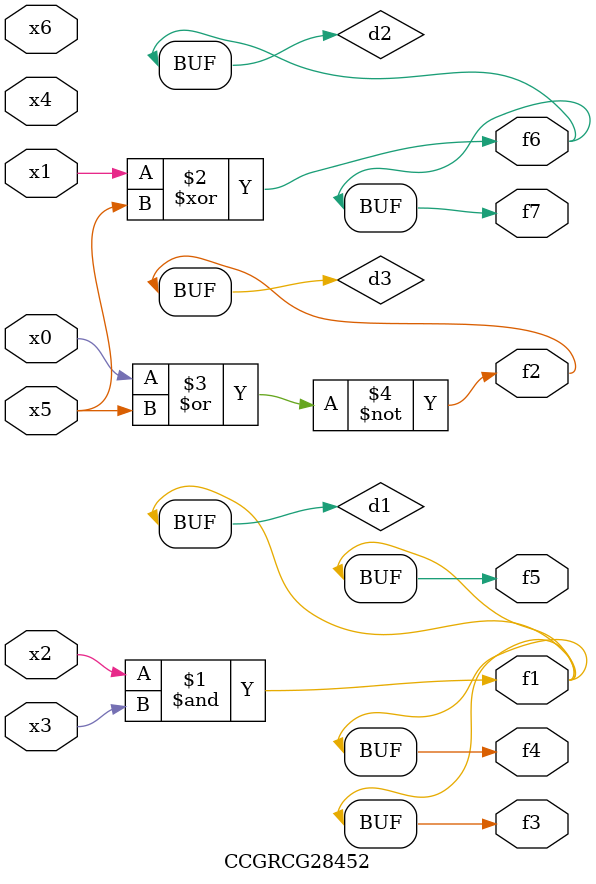
<source format=v>
module CCGRCG28452(
	input x0, x1, x2, x3, x4, x5, x6,
	output f1, f2, f3, f4, f5, f6, f7
);

	wire d1, d2, d3;

	and (d1, x2, x3);
	xor (d2, x1, x5);
	nor (d3, x0, x5);
	assign f1 = d1;
	assign f2 = d3;
	assign f3 = d1;
	assign f4 = d1;
	assign f5 = d1;
	assign f6 = d2;
	assign f7 = d2;
endmodule

</source>
